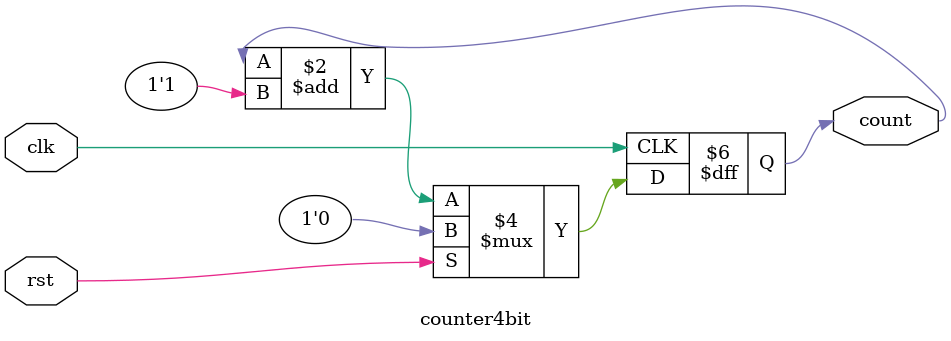
<source format=v>
module counter4bit(input clk,
		   input rst,
		   output reg count
		  );

always@(posedge clk)
if(rst)
count<=0;
else
count<=count+1'b1;
endmodule

</source>
